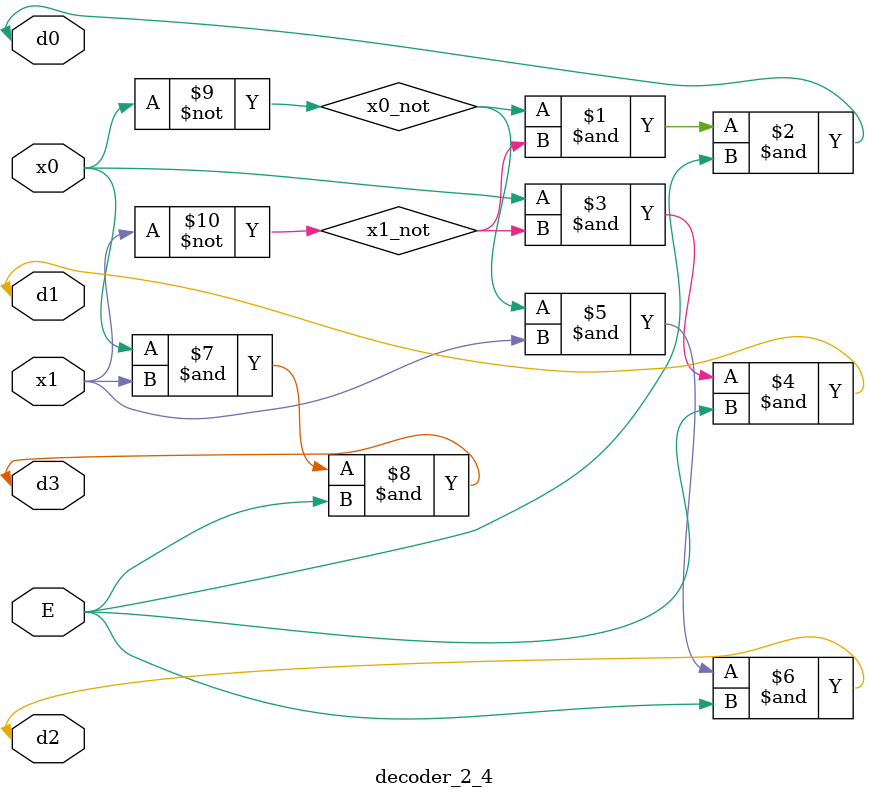
<source format=v>
`timescale 1ns / 1ps


module decoder_2_4(
        input x0,
        input x1,
        input E,
        inout wire d0,
        inout wire d1,
        inout wire d2,
        inout wire d3
    );
    
        wire x0_not;
        wire x1_not;
        not(x0_not, x0);
        not(x1_not, x1);
        
        and(d0, x0_not, x1_not, E);
        and(d1, x0, x1_not, E);
        and(d2, x0_not, x1, E);
        and(d3, x0, x1, E);
    
endmodule

</source>
